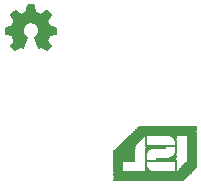
<source format=gbo>
G75*
%MOIN*%
%OFA0B0*%
%FSLAX25Y25*%
%IPPOS*%
%LPD*%
%AMOC8*
5,1,8,0,0,1.08239X$1,22.5*
%
%ADD10C,0.00600*%
%ADD11R,0.23200X0.00100*%
%ADD12R,0.23400X0.00100*%
%ADD13R,0.23600X0.00100*%
%ADD14R,0.23700X0.00100*%
%ADD15R,0.23800X0.00100*%
%ADD16R,0.23900X0.00100*%
%ADD17R,0.24000X0.00100*%
%ADD18R,0.24100X0.00100*%
%ADD19R,0.24200X0.00100*%
%ADD20R,0.24300X0.00100*%
%ADD21R,0.24400X0.00100*%
%ADD22R,0.24500X0.00100*%
%ADD23R,0.24600X0.00100*%
%ADD24R,0.24700X0.00100*%
%ADD25R,0.24800X0.00100*%
%ADD26R,0.24900X0.00100*%
%ADD27R,0.25000X0.00100*%
%ADD28R,0.25100X0.00100*%
%ADD29R,0.25200X0.00100*%
%ADD30R,0.25300X0.00100*%
%ADD31R,0.25400X0.00100*%
%ADD32R,0.25500X0.00100*%
%ADD33R,0.25600X0.00100*%
%ADD34R,0.25700X0.00100*%
%ADD35R,0.25800X0.00100*%
%ADD36R,0.26000X0.00100*%
%ADD37R,0.26100X0.00100*%
%ADD38R,0.26200X0.00100*%
%ADD39R,0.26300X0.00100*%
%ADD40R,0.26400X0.00100*%
%ADD41R,0.26500X0.00100*%
%ADD42R,0.05500X0.00100*%
%ADD43R,0.00400X0.00100*%
%ADD44R,0.02600X0.00100*%
%ADD45R,0.03200X0.00100*%
%ADD46R,0.02200X0.00100*%
%ADD47R,0.01900X0.00100*%
%ADD48R,0.01700X0.00100*%
%ADD49R,0.01500X0.00100*%
%ADD50R,0.01400X0.00100*%
%ADD51R,0.01300X0.00100*%
%ADD52R,0.01200X0.00100*%
%ADD53R,0.01100X0.00100*%
%ADD54R,0.01000X0.00100*%
%ADD55R,0.00900X0.00100*%
%ADD56R,0.00800X0.00100*%
%ADD57R,0.05400X0.00100*%
%ADD58R,0.05300X0.00100*%
%ADD59R,0.00700X0.00100*%
%ADD60R,0.05200X0.00100*%
%ADD61R,0.05100X0.00100*%
%ADD62R,0.00600X0.00100*%
%ADD63R,0.05000X0.00100*%
%ADD64R,0.04900X0.00100*%
%ADD65R,0.04800X0.00100*%
%ADD66R,0.00500X0.00100*%
%ADD67R,0.04700X0.00100*%
%ADD68R,0.04600X0.00100*%
%ADD69R,0.04500X0.00100*%
%ADD70R,0.04400X0.00100*%
%ADD71R,0.04300X0.00100*%
%ADD72R,0.04200X0.00100*%
%ADD73R,0.04100X0.00100*%
%ADD74R,0.04000X0.00100*%
%ADD75R,0.03900X0.00100*%
%ADD76R,0.03800X0.00100*%
%ADD77R,0.03700X0.00100*%
%ADD78R,0.03600X0.00100*%
%ADD79R,0.03500X0.00100*%
%ADD80R,0.03400X0.00100*%
%ADD81R,0.03300X0.00100*%
%ADD82R,0.10400X0.00100*%
%ADD83R,0.07200X0.00100*%
%ADD84R,0.06900X0.00100*%
%ADD85R,0.00300X0.00100*%
%ADD86R,0.03000X0.00100*%
%ADD87R,0.02500X0.00100*%
%ADD88R,0.02100X0.00100*%
%ADD89R,0.07100X0.00100*%
%ADD90R,0.07000X0.00100*%
%ADD91R,0.06800X0.00100*%
%ADD92R,0.01600X0.00100*%
%ADD93R,0.06700X0.00100*%
%ADD94R,0.06600X0.00100*%
%ADD95R,0.02000X0.00100*%
%ADD96R,0.06500X0.00100*%
%ADD97R,0.06400X0.00100*%
%ADD98R,0.06300X0.00100*%
%ADD99R,0.06200X0.00100*%
%ADD100R,0.06100X0.00100*%
%ADD101R,0.06000X0.00100*%
%ADD102R,0.05800X0.00100*%
%ADD103R,0.05700X0.00100*%
%ADD104R,0.01800X0.00100*%
%ADD105R,0.02300X0.00100*%
%ADD106R,0.02700X0.00100*%
%ADD107R,0.22300X0.00100*%
%ADD108R,0.22200X0.00100*%
%ADD109R,0.22100X0.00100*%
%ADD110R,0.22000X0.00100*%
%ADD111R,0.21900X0.00100*%
%ADD112R,0.21800X0.00100*%
%ADD113R,0.21700X0.00100*%
%ADD114R,0.21600X0.00100*%
%ADD115R,0.21500X0.00100*%
%ADD116R,0.21400X0.00100*%
%ADD117R,0.21300X0.00100*%
%ADD118R,0.21200X0.00100*%
%ADD119R,0.21100X0.00100*%
%ADD120R,0.21000X0.00100*%
%ADD121R,0.20900X0.00100*%
%ADD122R,0.20800X0.00100*%
%ADD123R,0.20700X0.00100*%
%ADD124R,0.20600X0.00100*%
%ADD125R,0.20500X0.00100*%
%ADD126R,0.20400X0.00100*%
%ADD127R,0.20300X0.00100*%
%ADD128R,0.20200X0.00100*%
%ADD129R,0.20100X0.00100*%
%ADD130R,0.20000X0.00100*%
%ADD131R,0.19900X0.00100*%
%ADD132R,0.19800X0.00100*%
%ADD133R,0.19700X0.00100*%
%ADD134R,0.19600X0.00100*%
%ADD135R,0.19500X0.00100*%
%ADD136R,0.19400X0.00100*%
%ADD137R,0.19300X0.00100*%
%ADD138R,0.19200X0.00100*%
%ADD139R,0.19000X0.00100*%
D10*
X0010594Y0070354D02*
X0009194Y0071754D01*
X0010394Y0073554D01*
X0010704Y0073829D02*
X0014078Y0073829D01*
X0014394Y0074354D02*
X0012894Y0071854D01*
X0012394Y0071854D01*
X0010894Y0070854D01*
X0009894Y0071854D01*
X0010894Y0073354D01*
X0009894Y0075854D01*
X0007894Y0076354D01*
X0007894Y0077854D01*
X0009894Y0077854D01*
X0010894Y0080354D01*
X0009394Y0082354D01*
X0010894Y0083354D01*
X0012394Y0081854D01*
X0014394Y0082854D01*
X0014894Y0084854D01*
X0016394Y0084854D01*
X0016894Y0082854D01*
X0018894Y0081854D01*
X0020894Y0083354D01*
X0021894Y0082354D01*
X0020894Y0080354D01*
X0021894Y0077854D01*
X0023894Y0077854D01*
X0023894Y0076354D01*
X0021394Y0075854D01*
X0020894Y0073354D01*
X0021894Y0071854D01*
X0020894Y0070854D01*
X0019394Y0071854D01*
X0018394Y0071354D01*
X0017394Y0074354D01*
X0018894Y0076354D01*
X0018394Y0078854D01*
X0016394Y0079854D01*
X0014394Y0079854D01*
X0012894Y0078354D01*
X0012894Y0075354D01*
X0014394Y0074354D01*
X0014284Y0074427D02*
X0010465Y0074427D01*
X0010225Y0075026D02*
X0013386Y0075026D01*
X0012894Y0075624D02*
X0009986Y0075624D01*
X0009594Y0075554D02*
X0007394Y0075954D01*
X0007394Y0077954D01*
X0009694Y0078354D01*
X0009959Y0078018D02*
X0012894Y0078018D01*
X0012894Y0077420D02*
X0007894Y0077420D01*
X0007894Y0076821D02*
X0012894Y0076821D01*
X0012894Y0076223D02*
X0008420Y0076223D01*
X0010199Y0078617D02*
X0013156Y0078617D01*
X0013755Y0079215D02*
X0010438Y0079215D01*
X0010678Y0079814D02*
X0014353Y0079814D01*
X0016475Y0079814D02*
X0021110Y0079814D01*
X0020994Y0080254D02*
X0022394Y0082154D01*
X0020994Y0083554D01*
X0018994Y0082254D01*
X0019365Y0082208D02*
X0021821Y0082208D01*
X0021521Y0081609D02*
X0009952Y0081609D01*
X0010401Y0081011D02*
X0021222Y0081011D01*
X0020923Y0080412D02*
X0010850Y0080412D01*
X0010494Y0080254D02*
X0009194Y0082154D01*
X0010594Y0083554D01*
X0012494Y0082254D01*
X0012040Y0082208D02*
X0009503Y0082208D01*
X0010072Y0082806D02*
X0011442Y0082806D01*
X0013101Y0082208D02*
X0018186Y0082208D01*
X0017194Y0082954D02*
X0016694Y0085354D01*
X0014794Y0085354D01*
X0014294Y0082954D01*
X0014298Y0082806D02*
X0016989Y0082806D01*
X0016756Y0083405D02*
X0014531Y0083405D01*
X0014681Y0084003D02*
X0016606Y0084003D01*
X0016457Y0084602D02*
X0014831Y0084602D01*
X0020163Y0082806D02*
X0021442Y0082806D01*
X0021349Y0079215D02*
X0017672Y0079215D01*
X0018441Y0078617D02*
X0021589Y0078617D01*
X0021894Y0078354D02*
X0024094Y0077954D01*
X0024094Y0075954D01*
X0021894Y0075554D01*
X0021348Y0075624D02*
X0018346Y0075624D01*
X0017897Y0075026D02*
X0021228Y0075026D01*
X0021108Y0074427D02*
X0017448Y0074427D01*
X0016994Y0074554D02*
X0018394Y0071154D01*
X0019194Y0071554D01*
X0020994Y0070354D01*
X0022394Y0071754D01*
X0021094Y0073554D01*
X0020989Y0073829D02*
X0017569Y0073829D01*
X0017768Y0073230D02*
X0020976Y0073230D01*
X0021375Y0072632D02*
X0017968Y0072632D01*
X0018167Y0072033D02*
X0021774Y0072033D01*
X0021474Y0071435D02*
X0020023Y0071435D01*
X0018555Y0071435D02*
X0018367Y0071435D01*
X0014594Y0074554D02*
X0013094Y0071154D01*
X0012394Y0071554D01*
X0010594Y0070354D01*
X0010313Y0071435D02*
X0011764Y0071435D01*
X0013001Y0072033D02*
X0010013Y0072033D01*
X0010412Y0072632D02*
X0013360Y0072632D01*
X0013719Y0073230D02*
X0010811Y0073230D01*
X0010418Y0073602D02*
X0010337Y0073730D01*
X0010258Y0073860D01*
X0010183Y0073991D01*
X0010112Y0074125D01*
X0010043Y0074260D01*
X0009978Y0074397D01*
X0009917Y0074535D01*
X0009858Y0074675D01*
X0009804Y0074817D01*
X0009752Y0074959D01*
X0009705Y0075103D01*
X0009661Y0075248D01*
X0009620Y0075394D01*
X0012518Y0082212D02*
X0012645Y0082286D01*
X0012774Y0082356D01*
X0012904Y0082424D01*
X0013036Y0082489D01*
X0013170Y0082550D01*
X0013305Y0082608D01*
X0013441Y0082664D01*
X0013578Y0082716D01*
X0013717Y0082764D01*
X0013857Y0082810D01*
X0013998Y0082852D01*
X0014139Y0082891D01*
X0014282Y0082926D01*
X0018561Y0078018D02*
X0021828Y0078018D01*
X0023894Y0077420D02*
X0018681Y0077420D01*
X0018800Y0076821D02*
X0023894Y0076821D01*
X0023236Y0076223D02*
X0018795Y0076223D01*
X0021912Y0078362D02*
X0021872Y0078505D01*
X0021829Y0078647D01*
X0021782Y0078788D01*
X0021731Y0078927D01*
X0021677Y0079065D01*
X0021620Y0079202D01*
X0021559Y0079338D01*
X0021496Y0079472D01*
X0021428Y0079604D01*
X0021358Y0079735D01*
X0021284Y0079863D01*
X0021207Y0079990D01*
X0021127Y0080115D01*
X0021044Y0080238D01*
X0016994Y0074554D02*
X0017086Y0074601D01*
X0017176Y0074652D01*
X0017264Y0074706D01*
X0017350Y0074763D01*
X0017433Y0074823D01*
X0017515Y0074887D01*
X0017593Y0074954D01*
X0017670Y0075023D01*
X0017743Y0075095D01*
X0017814Y0075171D01*
X0017882Y0075248D01*
X0017947Y0075329D01*
X0018009Y0075411D01*
X0018067Y0075496D01*
X0018123Y0075583D01*
X0018175Y0075672D01*
X0018223Y0075763D01*
X0018269Y0075856D01*
X0018310Y0075950D01*
X0018348Y0076046D01*
X0018383Y0076144D01*
X0018413Y0076242D01*
X0018440Y0076342D01*
X0018464Y0076442D01*
X0018483Y0076544D01*
X0018498Y0076646D01*
X0018510Y0076748D01*
X0018518Y0076851D01*
X0018522Y0076954D01*
X0018521Y0077058D01*
X0018517Y0077161D01*
X0018510Y0077264D01*
X0018498Y0077366D01*
X0018482Y0077468D01*
X0018463Y0077570D01*
X0018439Y0077670D01*
X0018412Y0077770D01*
X0018382Y0077868D01*
X0018347Y0077965D01*
X0018309Y0078061D01*
X0018267Y0078156D01*
X0018222Y0078248D01*
X0018173Y0078339D01*
X0018121Y0078428D01*
X0018065Y0078515D01*
X0018006Y0078600D01*
X0017944Y0078683D01*
X0017879Y0078763D01*
X0017811Y0078840D01*
X0017740Y0078915D01*
X0017667Y0078988D01*
X0017590Y0079057D01*
X0017511Y0079124D01*
X0017430Y0079187D01*
X0017346Y0079247D01*
X0017260Y0079304D01*
X0017172Y0079358D01*
X0017082Y0079409D01*
X0016990Y0079456D01*
X0016897Y0079499D01*
X0016802Y0079539D01*
X0016705Y0079575D01*
X0016607Y0079608D01*
X0016508Y0079637D01*
X0016408Y0079662D01*
X0016307Y0079683D01*
X0016205Y0079701D01*
X0016103Y0079714D01*
X0016000Y0079724D01*
X0015897Y0079730D01*
X0015794Y0079732D01*
X0015691Y0079730D01*
X0015588Y0079724D01*
X0015485Y0079714D01*
X0015383Y0079701D01*
X0015281Y0079683D01*
X0015180Y0079662D01*
X0015080Y0079637D01*
X0014981Y0079608D01*
X0014883Y0079575D01*
X0014786Y0079539D01*
X0014691Y0079499D01*
X0014598Y0079456D01*
X0014506Y0079409D01*
X0014416Y0079358D01*
X0014328Y0079304D01*
X0014242Y0079247D01*
X0014158Y0079187D01*
X0014077Y0079124D01*
X0013998Y0079057D01*
X0013921Y0078988D01*
X0013848Y0078915D01*
X0013777Y0078840D01*
X0013709Y0078763D01*
X0013644Y0078683D01*
X0013582Y0078600D01*
X0013523Y0078515D01*
X0013467Y0078428D01*
X0013415Y0078339D01*
X0013366Y0078248D01*
X0013321Y0078156D01*
X0013279Y0078061D01*
X0013241Y0077965D01*
X0013206Y0077868D01*
X0013176Y0077770D01*
X0013149Y0077670D01*
X0013125Y0077570D01*
X0013106Y0077468D01*
X0013090Y0077366D01*
X0013078Y0077264D01*
X0013071Y0077161D01*
X0013067Y0077058D01*
X0013066Y0076954D01*
X0013070Y0076851D01*
X0013078Y0076748D01*
X0013090Y0076646D01*
X0013105Y0076544D01*
X0013124Y0076442D01*
X0013148Y0076342D01*
X0013175Y0076242D01*
X0013205Y0076144D01*
X0013240Y0076046D01*
X0013278Y0075950D01*
X0013319Y0075856D01*
X0013365Y0075763D01*
X0013413Y0075672D01*
X0013465Y0075583D01*
X0013521Y0075496D01*
X0013579Y0075411D01*
X0013641Y0075329D01*
X0013706Y0075248D01*
X0013774Y0075171D01*
X0013845Y0075095D01*
X0013918Y0075023D01*
X0013995Y0074954D01*
X0014073Y0074887D01*
X0014155Y0074823D01*
X0014238Y0074763D01*
X0014324Y0074706D01*
X0014412Y0074652D01*
X0014502Y0074601D01*
X0014594Y0074554D01*
X0009675Y0078376D02*
X0009716Y0078529D01*
X0009760Y0078681D01*
X0009808Y0078831D01*
X0009859Y0078980D01*
X0009915Y0079128D01*
X0009974Y0079275D01*
X0010036Y0079420D01*
X0010103Y0079563D01*
X0010173Y0079705D01*
X0010246Y0079845D01*
X0010323Y0079982D01*
X0010404Y0080118D01*
X0010488Y0080252D01*
X0021884Y0075562D02*
X0021850Y0075412D01*
X0021813Y0075263D01*
X0021771Y0075115D01*
X0021727Y0074968D01*
X0021678Y0074822D01*
X0021626Y0074677D01*
X0021571Y0074534D01*
X0021512Y0074392D01*
X0021449Y0074251D01*
X0021383Y0074112D01*
X0021314Y0073975D01*
X0021241Y0073840D01*
X0021165Y0073706D01*
X0021086Y0073574D01*
X0018986Y0082254D02*
X0018857Y0082328D01*
X0018726Y0082400D01*
X0018593Y0082468D01*
X0018459Y0082533D01*
X0018324Y0082594D01*
X0018187Y0082653D01*
X0018048Y0082708D01*
X0017909Y0082760D01*
X0017768Y0082808D01*
X0017626Y0082853D01*
X0017483Y0082895D01*
X0017339Y0082933D01*
X0017194Y0082968D01*
D11*
X0054941Y0026663D03*
D12*
X0055041Y0026763D03*
X0055041Y0026863D03*
D13*
X0055141Y0026963D03*
D14*
X0055191Y0027063D03*
D15*
X0055241Y0027163D03*
D16*
X0055291Y0027263D03*
D17*
X0055341Y0027363D03*
D18*
X0055391Y0027463D03*
D19*
X0055441Y0027563D03*
D20*
X0055491Y0027663D03*
D21*
X0055541Y0027763D03*
D22*
X0055591Y0027863D03*
D23*
X0055641Y0027963D03*
D24*
X0055691Y0028063D03*
D25*
X0055741Y0028163D03*
D26*
X0055791Y0028263D03*
D27*
X0055841Y0028363D03*
D28*
X0055891Y0028463D03*
D29*
X0055941Y0028563D03*
D30*
X0055991Y0028663D03*
D31*
X0056041Y0028763D03*
D32*
X0056091Y0028863D03*
D33*
X0056141Y0028963D03*
D34*
X0056191Y0029063D03*
D35*
X0056241Y0029163D03*
D36*
X0056341Y0029263D03*
D37*
X0056391Y0029363D03*
D38*
X0056441Y0029463D03*
D39*
X0056491Y0029563D03*
D40*
X0056541Y0029663D03*
D41*
X0056591Y0029763D03*
D42*
X0047791Y0038163D03*
X0047791Y0038263D03*
X0067191Y0029863D03*
X0067291Y0029963D03*
X0067391Y0030063D03*
X0067491Y0030163D03*
X0067591Y0030263D03*
X0067691Y0030363D03*
X0067791Y0030463D03*
X0067891Y0030563D03*
X0067991Y0030663D03*
X0068091Y0030763D03*
X0068191Y0030863D03*
X0068291Y0030963D03*
D43*
X0064141Y0030963D03*
X0064141Y0031063D03*
X0064141Y0031163D03*
X0064141Y0031263D03*
X0064141Y0031363D03*
X0064141Y0031463D03*
X0064141Y0031563D03*
X0064141Y0031663D03*
X0064141Y0031763D03*
X0064141Y0031863D03*
X0064141Y0031963D03*
X0064141Y0032063D03*
X0064141Y0032163D03*
X0064141Y0032263D03*
X0064141Y0032363D03*
X0064141Y0032463D03*
X0064141Y0032563D03*
X0064141Y0032663D03*
X0064141Y0032763D03*
X0064141Y0032863D03*
X0064141Y0032963D03*
X0064141Y0033063D03*
X0064141Y0033163D03*
X0064141Y0030863D03*
X0064141Y0030763D03*
X0064141Y0030663D03*
X0064141Y0030563D03*
X0064141Y0030463D03*
X0064141Y0030363D03*
X0064141Y0030263D03*
X0064141Y0030163D03*
X0064141Y0030063D03*
X0064141Y0029963D03*
X0064141Y0029863D03*
X0064141Y0036563D03*
X0064141Y0036663D03*
X0064141Y0036763D03*
X0064141Y0036863D03*
X0064141Y0036963D03*
X0064141Y0037063D03*
X0064141Y0037163D03*
X0064141Y0037263D03*
X0064141Y0037363D03*
X0064141Y0037463D03*
X0064141Y0037563D03*
X0064141Y0037663D03*
X0064141Y0037763D03*
X0064141Y0037863D03*
X0064141Y0037963D03*
X0064141Y0038463D03*
X0064141Y0038563D03*
X0064141Y0038663D03*
X0064141Y0038763D03*
X0064141Y0038863D03*
X0064141Y0038963D03*
X0064141Y0039063D03*
X0064141Y0039163D03*
X0064141Y0039263D03*
X0064141Y0039363D03*
X0054141Y0039363D03*
X0054141Y0039463D03*
X0054141Y0039563D03*
X0054141Y0039663D03*
X0054141Y0039763D03*
X0054141Y0039863D03*
X0054141Y0039963D03*
X0054141Y0040063D03*
X0054141Y0040163D03*
X0054141Y0040263D03*
X0054141Y0040363D03*
X0054141Y0040463D03*
X0054141Y0040563D03*
X0054141Y0040663D03*
X0054141Y0040763D03*
X0054141Y0040863D03*
X0054141Y0040963D03*
X0054141Y0041063D03*
X0054141Y0041163D03*
X0054141Y0041263D03*
X0054141Y0041363D03*
X0054141Y0041463D03*
X0054141Y0041563D03*
X0054141Y0041663D03*
X0054141Y0039263D03*
X0054141Y0039163D03*
X0054141Y0039063D03*
X0054141Y0038963D03*
X0054141Y0038863D03*
X0054141Y0038763D03*
X0054141Y0038663D03*
X0054141Y0038563D03*
X0054141Y0035263D03*
X0054141Y0035163D03*
X0054141Y0035063D03*
X0054141Y0034963D03*
X0054141Y0034863D03*
X0054141Y0034763D03*
X0054141Y0034663D03*
X0054141Y0034563D03*
X0054141Y0034463D03*
X0054141Y0034363D03*
X0054141Y0034263D03*
X0054141Y0034163D03*
X0054141Y0034063D03*
X0054141Y0033963D03*
X0054141Y0033863D03*
X0054141Y0033763D03*
X0054141Y0033563D03*
X0054141Y0033163D03*
X0054141Y0033063D03*
X0054141Y0032963D03*
X0054141Y0032863D03*
X0054141Y0032763D03*
X0054141Y0032663D03*
X0054141Y0032563D03*
X0054141Y0032463D03*
X0054141Y0032363D03*
X0054141Y0032263D03*
X0054141Y0032163D03*
X0054141Y0032063D03*
X0054141Y0031963D03*
D44*
X0055241Y0029863D03*
X0055241Y0037463D03*
D45*
X0044941Y0029863D03*
X0044941Y0029963D03*
X0044941Y0030063D03*
X0044941Y0030163D03*
X0044941Y0030263D03*
X0044941Y0030363D03*
X0044941Y0030463D03*
X0044941Y0030563D03*
X0044941Y0030663D03*
X0044941Y0030763D03*
X0044941Y0030863D03*
X0044941Y0030963D03*
X0044941Y0031063D03*
X0044941Y0031163D03*
X0044941Y0031263D03*
X0044941Y0031363D03*
X0044941Y0031463D03*
X0044941Y0031563D03*
X0044941Y0031663D03*
X0044941Y0031763D03*
X0044941Y0031863D03*
X0044941Y0031963D03*
X0044941Y0032063D03*
X0044941Y0032163D03*
X0044941Y0032263D03*
X0044941Y0032363D03*
X0044941Y0032463D03*
X0044941Y0032563D03*
X0044941Y0032663D03*
X0044941Y0032763D03*
X0044941Y0032863D03*
X0044941Y0032963D03*
X0044941Y0033063D03*
D46*
X0055041Y0029963D03*
X0055041Y0037363D03*
D47*
X0063391Y0034563D03*
X0054891Y0030063D03*
D48*
X0054791Y0030163D03*
X0054791Y0037163D03*
X0063491Y0034663D03*
D49*
X0063591Y0034763D03*
X0063591Y0041163D03*
X0054691Y0030263D03*
D50*
X0054641Y0030363D03*
X0054641Y0036963D03*
X0063641Y0034863D03*
D51*
X0063691Y0034963D03*
X0063691Y0041063D03*
X0054591Y0036863D03*
X0054591Y0030463D03*
D52*
X0054541Y0030563D03*
X0054541Y0036763D03*
X0063741Y0035063D03*
X0063741Y0040963D03*
D53*
X0063791Y0040863D03*
X0063791Y0035163D03*
X0054491Y0036663D03*
X0054491Y0030663D03*
D54*
X0054441Y0030763D03*
X0054441Y0036563D03*
X0063841Y0035263D03*
X0063841Y0040663D03*
X0063841Y0040763D03*
D55*
X0063891Y0040563D03*
X0063891Y0035363D03*
X0054391Y0036363D03*
X0054391Y0036463D03*
X0054391Y0030863D03*
D56*
X0054341Y0030963D03*
X0054341Y0031063D03*
X0054341Y0036163D03*
X0054341Y0036263D03*
X0063941Y0035563D03*
X0063941Y0035463D03*
X0063941Y0040363D03*
X0063941Y0040463D03*
D57*
X0068341Y0031063D03*
D58*
X0068391Y0031163D03*
X0051091Y0041563D03*
X0050791Y0041263D03*
X0050691Y0041163D03*
X0050591Y0041063D03*
X0050491Y0040963D03*
X0050391Y0040863D03*
X0050291Y0040763D03*
X0050191Y0040663D03*
X0050091Y0040563D03*
X0049991Y0040463D03*
X0049891Y0040363D03*
X0049791Y0040263D03*
X0049691Y0040163D03*
X0049591Y0040063D03*
X0049491Y0039963D03*
X0049391Y0039863D03*
X0049291Y0039763D03*
X0049191Y0039663D03*
X0049091Y0039563D03*
X0048991Y0039463D03*
X0048891Y0039363D03*
X0048791Y0039263D03*
X0048691Y0039163D03*
X0048591Y0039063D03*
X0048491Y0038963D03*
X0048391Y0038863D03*
X0048291Y0038763D03*
X0048191Y0038663D03*
X0048091Y0038563D03*
X0047991Y0038463D03*
X0047891Y0038363D03*
D59*
X0054291Y0036063D03*
X0054291Y0035963D03*
X0054291Y0031263D03*
X0054291Y0031163D03*
X0063991Y0035663D03*
X0063991Y0035763D03*
X0063991Y0040163D03*
X0063991Y0040263D03*
D60*
X0068441Y0031263D03*
X0051241Y0041663D03*
X0051041Y0041463D03*
X0050941Y0041363D03*
D61*
X0068491Y0031363D03*
D62*
X0064041Y0035863D03*
X0064041Y0035963D03*
X0064041Y0036063D03*
X0064041Y0039863D03*
X0064041Y0039963D03*
X0064041Y0040063D03*
X0054241Y0035863D03*
X0054241Y0035763D03*
X0054241Y0031563D03*
X0054241Y0031463D03*
X0054241Y0031363D03*
D63*
X0068541Y0031463D03*
D64*
X0068591Y0031563D03*
D65*
X0068641Y0031663D03*
D66*
X0064091Y0036163D03*
X0064091Y0036263D03*
X0064091Y0036363D03*
X0064091Y0036463D03*
X0064091Y0039463D03*
X0064091Y0039563D03*
X0064091Y0039663D03*
X0064091Y0039763D03*
X0054191Y0035663D03*
X0054191Y0035563D03*
X0054191Y0035463D03*
X0054191Y0035363D03*
X0054191Y0031863D03*
X0054191Y0031763D03*
X0054191Y0031663D03*
D67*
X0068691Y0031763D03*
D68*
X0068741Y0031863D03*
D69*
X0068791Y0031963D03*
D70*
X0068841Y0032063D03*
D71*
X0068891Y0032163D03*
D72*
X0068941Y0032263D03*
D73*
X0068991Y0032363D03*
D74*
X0069041Y0032463D03*
D75*
X0069091Y0032563D03*
D76*
X0069141Y0032663D03*
D77*
X0069191Y0032763D03*
D78*
X0069241Y0032863D03*
D79*
X0069291Y0032963D03*
D80*
X0069341Y0033063D03*
D81*
X0069391Y0033163D03*
X0069391Y0033263D03*
X0069391Y0033363D03*
X0069391Y0033463D03*
X0069391Y0033563D03*
X0069391Y0033663D03*
X0069391Y0033763D03*
X0069391Y0033863D03*
X0069391Y0033963D03*
X0069391Y0034063D03*
X0069391Y0034163D03*
X0069391Y0034263D03*
X0069391Y0034363D03*
X0069391Y0034463D03*
X0069391Y0034563D03*
X0069391Y0034663D03*
X0069391Y0034763D03*
X0069391Y0034863D03*
X0069391Y0034963D03*
X0069391Y0035063D03*
X0069391Y0035163D03*
X0069391Y0035263D03*
X0069391Y0035363D03*
X0069391Y0035463D03*
X0069391Y0035563D03*
X0069391Y0035663D03*
X0069391Y0035763D03*
X0069391Y0035863D03*
X0069391Y0035963D03*
X0069391Y0036063D03*
X0069391Y0036163D03*
X0069391Y0036263D03*
X0069391Y0036363D03*
X0069391Y0036463D03*
X0069391Y0036563D03*
X0069391Y0036663D03*
X0069391Y0036763D03*
X0069391Y0036863D03*
X0069391Y0036963D03*
X0069391Y0037063D03*
X0069391Y0037163D03*
X0069391Y0037263D03*
X0069391Y0037363D03*
X0069391Y0037463D03*
X0069391Y0037563D03*
X0069391Y0037663D03*
X0069391Y0037763D03*
X0069391Y0037863D03*
X0069391Y0037963D03*
X0069391Y0038063D03*
X0069391Y0038163D03*
X0069391Y0038263D03*
X0069391Y0038363D03*
X0069391Y0038463D03*
X0069391Y0038563D03*
X0069391Y0038663D03*
X0069391Y0038763D03*
X0069391Y0038863D03*
X0069391Y0038963D03*
X0069391Y0039063D03*
X0069391Y0039163D03*
X0069391Y0039263D03*
X0069391Y0039363D03*
X0069391Y0039463D03*
X0069391Y0039563D03*
X0069391Y0039663D03*
X0069391Y0039763D03*
X0069391Y0039863D03*
X0069391Y0039963D03*
X0069391Y0040063D03*
X0069391Y0040163D03*
X0069391Y0040263D03*
X0069391Y0040363D03*
X0069391Y0040463D03*
X0069391Y0040563D03*
X0069391Y0040663D03*
X0069391Y0040763D03*
X0069391Y0040863D03*
X0069391Y0040963D03*
X0069391Y0041063D03*
X0069391Y0041163D03*
X0069391Y0041263D03*
X0069391Y0041363D03*
X0069391Y0041463D03*
X0069391Y0041563D03*
X0069391Y0041663D03*
X0044991Y0033163D03*
D82*
X0059141Y0033263D03*
X0059141Y0033363D03*
X0059141Y0033463D03*
X0059141Y0038063D03*
X0059141Y0038163D03*
X0059141Y0038263D03*
X0059141Y0038363D03*
D83*
X0046941Y0036563D03*
X0046941Y0036463D03*
X0046941Y0036363D03*
X0046941Y0036263D03*
X0046941Y0036163D03*
X0046941Y0036063D03*
X0046941Y0035963D03*
X0046941Y0035863D03*
X0046941Y0035763D03*
X0046941Y0035663D03*
X0046941Y0035563D03*
X0046941Y0035463D03*
X0046941Y0035363D03*
X0046941Y0035263D03*
X0046941Y0035163D03*
X0046941Y0035063D03*
X0046941Y0034963D03*
X0046941Y0034863D03*
X0046941Y0034763D03*
X0046941Y0034663D03*
X0046941Y0034563D03*
X0046941Y0034463D03*
X0046941Y0034363D03*
X0046941Y0034263D03*
X0046941Y0034163D03*
X0046941Y0034063D03*
X0046941Y0033963D03*
X0046941Y0033863D03*
X0046941Y0033763D03*
X0046941Y0033663D03*
X0046941Y0033563D03*
X0046941Y0033463D03*
X0046941Y0033363D03*
X0046941Y0033263D03*
D84*
X0047091Y0036863D03*
X0060891Y0034163D03*
X0060891Y0034063D03*
X0060891Y0033963D03*
X0060891Y0033863D03*
X0060891Y0033763D03*
X0060891Y0033663D03*
X0060891Y0033563D03*
D85*
X0054091Y0033663D03*
X0054091Y0038463D03*
D86*
X0062841Y0034263D03*
D87*
X0063091Y0034363D03*
D88*
X0063291Y0034463D03*
D89*
X0046991Y0036663D03*
D90*
X0047041Y0036763D03*
D91*
X0047141Y0036963D03*
X0057341Y0037563D03*
X0057341Y0037663D03*
X0057341Y0037763D03*
X0057341Y0037863D03*
X0057341Y0037963D03*
D92*
X0054741Y0037063D03*
X0063541Y0041263D03*
D93*
X0047191Y0037063D03*
D94*
X0047241Y0037163D03*
D95*
X0054941Y0037263D03*
X0063341Y0041463D03*
D96*
X0047291Y0037263D03*
D97*
X0047341Y0037363D03*
D98*
X0047391Y0037463D03*
D99*
X0047441Y0037563D03*
D100*
X0047491Y0037663D03*
D101*
X0047541Y0037763D03*
D102*
X0047641Y0037863D03*
X0047641Y0037963D03*
D103*
X0047691Y0038063D03*
D104*
X0063441Y0041363D03*
D105*
X0063191Y0041563D03*
D106*
X0062991Y0041663D03*
D107*
X0059891Y0041763D03*
D108*
X0059941Y0041863D03*
D109*
X0059991Y0041963D03*
D110*
X0060041Y0042063D03*
D111*
X0060091Y0042163D03*
D112*
X0060141Y0042263D03*
D113*
X0060191Y0042363D03*
D114*
X0060241Y0042463D03*
D115*
X0060291Y0042563D03*
D116*
X0060341Y0042663D03*
D117*
X0060391Y0042763D03*
D118*
X0060441Y0042863D03*
D119*
X0060491Y0042963D03*
D120*
X0060541Y0043063D03*
D121*
X0060591Y0043163D03*
D122*
X0060641Y0043263D03*
D123*
X0060691Y0043363D03*
D124*
X0060741Y0043463D03*
D125*
X0060791Y0043563D03*
D126*
X0060841Y0043663D03*
D127*
X0060891Y0043763D03*
D128*
X0060941Y0043863D03*
D129*
X0060991Y0043963D03*
D130*
X0061041Y0044063D03*
D131*
X0061091Y0044163D03*
D132*
X0061141Y0044263D03*
D133*
X0061191Y0044363D03*
D134*
X0061241Y0044463D03*
D135*
X0061291Y0044563D03*
D136*
X0061341Y0044663D03*
D137*
X0061391Y0044763D03*
D138*
X0061441Y0044863D03*
D139*
X0061541Y0044963D03*
M02*

</source>
